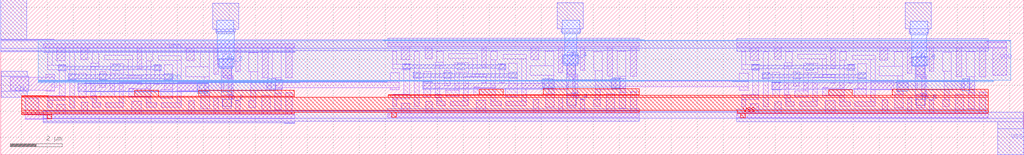
<source format=lef>
MACRO NFD
  CLASS BLOCK ;
  FOREIGN NFD ;
  ORIGIN -0.210 11.670 ;
  SIZE 39.330 BY 5.960 ;
  PIN VSS
    ANTENNADIFFAREA 4.153150 ;
    PORT
      LAYER pwell ;
        RECT 1.020 -9.415 2.040 -9.410 ;
        RECT 5.370 -9.415 6.280 -9.195 ;
        RECT 7.820 -9.415 11.505 -9.185 ;
        RECT 18.620 -9.365 19.530 -9.145 ;
        RECT 21.070 -9.365 24.755 -9.135 ;
        RECT 1.020 -9.460 11.505 -9.415 ;
        RECT 15.105 -9.390 24.755 -9.365 ;
        RECT 32.040 -9.385 32.950 -9.165 ;
        RECT 34.490 -9.385 38.175 -9.155 ;
        RECT 28.525 -9.390 38.175 -9.385 ;
        RECT 15.105 -9.460 38.175 -9.390 ;
        RECT 1.020 -9.960 38.175 -9.460 ;
        RECT 1.020 -10.030 24.755 -9.960 ;
        RECT 1.020 -10.095 11.505 -10.030 ;
        RECT 15.105 -10.045 24.755 -10.030 ;
        RECT 1.020 -10.140 2.165 -10.095 ;
        RECT 1.995 -10.285 2.165 -10.140 ;
        RECT 15.245 -10.235 15.415 -10.045 ;
        RECT 28.525 -10.065 38.175 -9.960 ;
        RECT 28.665 -10.255 28.835 -10.065 ;
      LAYER li1 ;
        RECT 1.160 -10.120 1.680 -9.500 ;
        RECT 2.365 -10.115 2.695 -9.735 ;
        RECT 3.305 -10.115 3.555 -9.655 ;
        RECT 5.250 -10.115 5.620 -9.615 ;
        RECT 7.435 -10.115 7.645 -9.585 ;
        RECT 8.410 -10.115 8.580 -9.505 ;
        RECT 9.250 -10.115 9.420 -9.600 ;
        RECT 10.240 -10.115 10.570 -9.375 ;
        RECT 11.165 -10.115 11.415 -9.295 ;
        RECT 15.615 -10.065 15.945 -9.685 ;
        RECT 16.555 -10.065 16.805 -9.605 ;
        RECT 18.500 -10.065 18.870 -9.565 ;
        RECT 20.685 -10.065 20.895 -9.535 ;
        RECT 21.660 -10.065 21.830 -9.455 ;
        RECT 22.500 -10.065 22.670 -9.550 ;
        RECT 23.490 -10.065 23.820 -9.325 ;
        RECT 24.415 -10.065 24.665 -9.245 ;
        RECT 1.850 -10.120 11.510 -10.115 ;
        RECT 1.160 -10.285 11.510 -10.120 ;
        RECT 15.100 -10.235 24.760 -10.065 ;
        RECT 29.035 -10.085 29.365 -9.705 ;
        RECT 29.975 -10.085 30.225 -9.625 ;
        RECT 31.920 -10.085 32.290 -9.585 ;
        RECT 34.105 -10.085 34.315 -9.555 ;
        RECT 35.080 -10.085 35.250 -9.475 ;
        RECT 35.920 -10.085 36.090 -9.570 ;
        RECT 36.910 -10.085 37.240 -9.345 ;
        RECT 37.835 -10.085 38.085 -9.265 ;
        RECT 28.520 -10.255 38.180 -10.085 ;
        RECT 1.160 -10.310 1.990 -10.285 ;
      LAYER met1 ;
        RECT 1.850 -9.970 11.510 -9.960 ;
        RECT 15.100 -9.970 24.760 -9.910 ;
        RECT 1.850 -9.990 24.760 -9.970 ;
        RECT 28.520 -9.990 38.180 -9.930 ;
        RECT 1.850 -10.030 38.180 -9.990 ;
        RECT 1.850 -10.270 39.520 -10.030 ;
        RECT 1.850 -10.390 24.760 -10.270 ;
        RECT 1.850 -10.440 11.520 -10.390 ;
        RECT 28.520 -10.400 39.520 -10.270 ;
        RECT 28.520 -10.410 38.180 -10.400 ;
        RECT 11.120 -10.450 11.520 -10.440 ;
        RECT 38.540 -10.670 39.520 -10.400 ;
        RECT 38.540 -11.670 39.540 -10.670 ;
    END
  END VSS
  PIN f0_8
    ANTENNADIFFAREA 0.445500 ;
    PORT
      LAYER li1 ;
        RECT 35.410 -8.595 35.740 -7.750 ;
        RECT 35.410 -8.675 35.820 -8.595 ;
        RECT 35.585 -8.725 35.820 -8.675 ;
        RECT 35.630 -9.305 35.820 -8.725 ;
        RECT 35.575 -9.345 35.820 -9.305 ;
        RECT 35.420 -9.430 35.820 -9.345 ;
        RECT 35.420 -9.865 35.750 -9.430 ;
      LAYER met1 ;
        RECT 35.000 -6.830 36.000 -5.830 ;
        RECT 35.140 -7.000 35.900 -6.830 ;
        RECT 35.220 -8.220 35.850 -7.910 ;
        RECT 35.380 -9.530 35.760 -8.220 ;
        RECT 35.390 -9.770 35.760 -9.530 ;
      LAYER met2 ;
        RECT 35.190 -7.050 35.850 -6.540 ;
        RECT 35.250 -7.920 35.810 -7.050 ;
        RECT 35.270 -8.270 35.800 -7.920 ;
    END
  END f0_8
  PIN f0_4
    ANTENNADIFFAREA 0.445500 ;
    PORT
      LAYER li1 ;
        RECT 21.990 -8.575 22.320 -7.730 ;
        RECT 21.990 -8.655 22.400 -8.575 ;
        RECT 22.165 -8.705 22.400 -8.655 ;
        RECT 22.210 -9.285 22.400 -8.705 ;
        RECT 22.155 -9.325 22.400 -9.285 ;
        RECT 22.000 -9.410 22.400 -9.325 ;
        RECT 22.000 -9.845 22.330 -9.410 ;
      LAYER met1 ;
        RECT 21.610 -6.830 22.610 -5.830 ;
        RECT 21.760 -6.960 22.520 -6.830 ;
        RECT 21.810 -8.180 22.440 -7.870 ;
        RECT 21.970 -9.450 22.300 -8.180 ;
        RECT 21.970 -9.760 22.340 -9.450 ;
      LAYER met2 ;
        RECT 21.810 -7.010 22.470 -6.500 ;
        RECT 21.890 -7.820 22.360 -7.010 ;
        RECT 21.860 -8.230 22.390 -7.820 ;
    END
  END f0_4
  PIN f0_2
    ANTENNADIFFAREA 0.445500 ;
    PORT
      LAYER li1 ;
        RECT 8.740 -8.625 9.070 -7.780 ;
        RECT 8.740 -8.705 9.150 -8.625 ;
        RECT 8.915 -8.755 9.150 -8.705 ;
        RECT 8.960 -9.335 9.150 -8.755 ;
        RECT 8.905 -9.375 9.150 -9.335 ;
        RECT 8.750 -9.460 9.150 -9.375 ;
        RECT 8.750 -9.895 9.080 -9.460 ;
      LAYER met1 ;
        RECT 8.360 -6.840 9.360 -5.840 ;
        RECT 8.470 -6.960 9.230 -6.840 ;
        RECT 8.560 -8.290 9.190 -7.980 ;
        RECT 8.690 -9.540 9.090 -8.290 ;
        RECT 8.720 -9.800 9.090 -9.540 ;
      LAYER met2 ;
        RECT 8.520 -6.920 9.180 -6.500 ;
        RECT 8.520 -7.010 9.190 -6.920 ;
        RECT 8.540 -8.000 9.190 -7.010 ;
        RECT 8.610 -8.340 9.140 -8.000 ;
    END
  END f0_2
  PIN VDD
    ANTENNADIFFAREA 5.946950 ;
    PORT
      LAYER nwell ;
        RECT 14.910 -7.260 24.950 -7.240 ;
        RECT 14.910 -7.280 39.050 -7.260 ;
        RECT 11.520 -7.290 39.050 -7.280 ;
        RECT 1.660 -8.800 39.050 -7.290 ;
        RECT 1.660 -8.830 38.370 -8.800 ;
        RECT 1.660 -8.845 24.950 -8.830 ;
        RECT 1.660 -8.870 15.070 -8.845 ;
        RECT 28.330 -8.865 38.370 -8.830 ;
        RECT 1.660 -8.895 11.700 -8.870 ;
      LAYER li1 ;
        RECT 38.130 -7.330 38.860 -7.290 ;
        RECT 1.850 -7.565 11.510 -7.395 ;
        RECT 15.100 -7.515 24.760 -7.345 ;
        RECT 38.130 -7.360 38.890 -7.330 ;
        RECT 38.030 -7.365 38.890 -7.360 ;
        RECT 2.365 -8.065 2.695 -7.565 ;
        RECT 3.290 -8.025 3.555 -7.565 ;
        RECT 5.460 -8.365 5.630 -7.565 ;
        RECT 7.340 -8.065 7.655 -7.565 ;
        RECT 8.400 -8.575 8.570 -7.565 ;
        RECT 9.240 -8.480 9.415 -7.565 ;
        RECT 10.275 -8.705 10.490 -7.565 ;
        RECT 11.165 -8.705 11.415 -7.565 ;
        RECT 15.615 -8.015 15.945 -7.515 ;
        RECT 16.540 -7.975 16.805 -7.515 ;
        RECT 18.710 -8.315 18.880 -7.515 ;
        RECT 20.590 -8.015 20.905 -7.515 ;
        RECT 21.650 -8.525 21.820 -7.515 ;
        RECT 22.490 -8.430 22.665 -7.515 ;
        RECT 23.525 -8.655 23.740 -7.515 ;
        RECT 24.415 -8.655 24.665 -7.515 ;
        RECT 28.520 -7.535 38.890 -7.365 ;
        RECT 29.035 -8.035 29.365 -7.535 ;
        RECT 29.960 -7.995 30.225 -7.535 ;
        RECT 32.130 -8.335 32.300 -7.535 ;
        RECT 34.010 -8.035 34.325 -7.535 ;
        RECT 35.070 -8.545 35.240 -7.535 ;
        RECT 35.910 -8.450 36.085 -7.535 ;
        RECT 36.945 -8.675 37.160 -7.535 ;
        RECT 37.835 -7.570 38.890 -7.535 ;
        RECT 37.835 -8.675 38.085 -7.570 ;
        RECT 38.360 -8.620 38.890 -7.570 ;
      LAYER met1 ;
        RECT 0.210 -7.230 1.210 -5.710 ;
        RECT 0.210 -7.240 2.260 -7.230 ;
        RECT 0.210 -7.250 11.510 -7.240 ;
        RECT 15.100 -7.250 24.760 -7.190 ;
        RECT 0.210 -7.290 24.760 -7.250 ;
        RECT 28.520 -7.290 38.180 -7.210 ;
        RECT 0.210 -7.570 38.180 -7.290 ;
        RECT 0.210 -7.670 24.760 -7.570 ;
        RECT 0.210 -7.700 11.510 -7.670 ;
        RECT 28.520 -7.690 38.180 -7.570 ;
        RECT 1.850 -7.720 11.510 -7.700 ;
    END
  END VDD
  PIN clk
    ANTENNAGATEAREA 0.159000 ;
    PORT
      LAYER li1 ;
        RECT 1.940 -8.690 2.290 -8.575 ;
        RECT 0.570 -9.190 2.290 -8.690 ;
        RECT 1.940 -9.225 2.290 -9.190 ;
      LAYER met1 ;
        RECT 0.230 -8.660 1.230 -8.460 ;
        RECT 0.230 -9.220 1.290 -8.660 ;
        RECT 0.230 -9.460 1.230 -9.220 ;
    END
  END clk
  OBS
      LAYER li1 ;
        RECT 2.025 -8.235 2.195 -7.735 ;
        RECT 2.025 -8.405 2.690 -8.235 ;
        RECT 2.460 -9.395 2.690 -8.405 ;
        RECT 2.025 -9.565 2.690 -9.395 ;
        RECT 2.025 -9.855 2.195 -9.565 ;
        RECT 2.865 -9.855 3.050 -7.735 ;
        RECT 3.725 -8.160 3.975 -7.735 ;
        RECT 4.185 -8.010 5.290 -7.840 ;
        RECT 3.670 -8.290 3.975 -8.160 ;
        RECT 3.220 -9.485 3.500 -8.535 ;
        RECT 3.670 -9.395 3.840 -8.290 ;
        RECT 4.010 -9.075 4.250 -8.480 ;
        RECT 4.420 -8.545 4.950 -8.180 ;
        RECT 4.420 -9.245 4.590 -8.545 ;
        RECT 5.120 -8.625 5.290 -8.010 ;
        RECT 5.800 -8.065 6.050 -7.735 ;
        RECT 6.275 -8.035 7.160 -7.865 ;
        RECT 5.120 -8.715 5.630 -8.625 ;
        RECT 3.670 -9.525 3.895 -9.395 ;
        RECT 4.065 -9.465 4.590 -9.245 ;
        RECT 4.760 -8.885 5.630 -8.715 ;
        RECT 3.725 -9.665 3.895 -9.525 ;
        RECT 4.760 -9.665 4.930 -8.885 ;
        RECT 5.460 -8.955 5.630 -8.885 ;
        RECT 5.140 -9.135 5.340 -9.105 ;
        RECT 5.800 -9.135 5.970 -8.065 ;
        RECT 6.140 -8.955 6.330 -8.235 ;
        RECT 5.140 -9.435 5.970 -9.135 ;
        RECT 6.500 -9.165 6.820 -8.205 ;
        RECT 3.725 -9.835 4.060 -9.665 ;
        RECT 4.255 -9.835 4.930 -9.665 ;
        RECT 5.800 -9.665 5.970 -9.435 ;
        RECT 6.355 -9.495 6.820 -9.165 ;
        RECT 6.990 -8.875 7.160 -8.035 ;
        RECT 7.890 -8.295 8.230 -7.735 ;
        RECT 7.330 -8.670 8.230 -8.295 ;
        RECT 9.755 -8.485 10.085 -7.755 ;
        RECT 8.040 -8.875 8.230 -8.670 ;
        RECT 9.815 -8.875 10.085 -8.485 ;
        RECT 10.660 -8.705 10.995 -7.735 ;
        RECT 15.275 -8.185 15.445 -7.685 ;
        RECT 15.275 -8.355 15.940 -8.185 ;
        RECT 10.780 -8.850 10.995 -8.705 ;
        RECT 6.990 -9.205 7.870 -8.875 ;
        RECT 8.040 -9.205 8.790 -8.875 ;
        RECT 9.815 -9.205 10.610 -8.875 ;
        RECT 10.780 -8.880 11.000 -8.850 ;
        RECT 15.190 -8.880 15.540 -8.525 ;
        RECT 10.780 -9.090 15.540 -8.880 ;
        RECT 10.780 -9.100 11.000 -9.090 ;
        RECT 6.990 -9.665 7.160 -9.205 ;
        RECT 8.040 -9.375 8.240 -9.205 ;
        RECT 5.800 -9.835 6.205 -9.665 ;
        RECT 6.375 -9.835 7.160 -9.665 ;
        RECT 7.910 -9.900 8.240 -9.375 ;
        RECT 9.815 -9.585 10.015 -9.205 ;
        RECT 10.780 -9.315 10.995 -9.100 ;
        RECT 15.190 -9.175 15.540 -9.090 ;
        RECT 9.755 -9.855 10.015 -9.585 ;
        RECT 10.740 -9.935 10.995 -9.315 ;
        RECT 15.710 -9.345 15.940 -8.355 ;
        RECT 15.275 -9.515 15.940 -9.345 ;
        RECT 15.275 -9.805 15.445 -9.515 ;
        RECT 16.115 -9.805 16.300 -7.685 ;
        RECT 16.975 -8.110 17.225 -7.685 ;
        RECT 17.435 -7.960 18.540 -7.790 ;
        RECT 16.920 -8.240 17.225 -8.110 ;
        RECT 16.470 -9.435 16.750 -8.485 ;
        RECT 16.920 -9.345 17.090 -8.240 ;
        RECT 17.260 -9.025 17.500 -8.430 ;
        RECT 17.670 -8.495 18.200 -8.130 ;
        RECT 17.670 -9.195 17.840 -8.495 ;
        RECT 18.370 -8.575 18.540 -7.960 ;
        RECT 19.050 -8.015 19.300 -7.685 ;
        RECT 19.525 -7.985 20.410 -7.815 ;
        RECT 18.370 -8.665 18.880 -8.575 ;
        RECT 16.920 -9.475 17.145 -9.345 ;
        RECT 17.315 -9.415 17.840 -9.195 ;
        RECT 18.010 -8.835 18.880 -8.665 ;
        RECT 16.975 -9.615 17.145 -9.475 ;
        RECT 18.010 -9.615 18.180 -8.835 ;
        RECT 18.710 -8.905 18.880 -8.835 ;
        RECT 18.390 -9.085 18.590 -9.055 ;
        RECT 19.050 -9.085 19.220 -8.015 ;
        RECT 19.390 -8.905 19.580 -8.185 ;
        RECT 18.390 -9.385 19.220 -9.085 ;
        RECT 19.750 -9.115 20.070 -8.155 ;
        RECT 16.975 -9.785 17.310 -9.615 ;
        RECT 17.505 -9.785 18.180 -9.615 ;
        RECT 19.050 -9.615 19.220 -9.385 ;
        RECT 19.605 -9.445 20.070 -9.115 ;
        RECT 20.240 -8.825 20.410 -7.985 ;
        RECT 21.140 -8.245 21.480 -7.685 ;
        RECT 20.580 -8.620 21.480 -8.245 ;
        RECT 23.005 -8.435 23.335 -7.705 ;
        RECT 21.290 -8.825 21.480 -8.620 ;
        RECT 23.065 -8.825 23.335 -8.435 ;
        RECT 23.910 -8.655 24.245 -7.685 ;
        RECT 28.695 -8.205 28.865 -7.705 ;
        RECT 28.695 -8.375 29.360 -8.205 ;
        RECT 20.240 -9.155 21.120 -8.825 ;
        RECT 21.290 -9.155 22.040 -8.825 ;
        RECT 23.065 -9.155 23.860 -8.825 ;
        RECT 24.030 -8.850 24.245 -8.655 ;
        RECT 28.610 -8.850 28.960 -8.545 ;
        RECT 24.030 -9.060 28.960 -8.850 ;
        RECT 20.240 -9.615 20.410 -9.155 ;
        RECT 21.290 -9.325 21.490 -9.155 ;
        RECT 19.050 -9.785 19.455 -9.615 ;
        RECT 19.625 -9.785 20.410 -9.615 ;
        RECT 21.160 -9.850 21.490 -9.325 ;
        RECT 23.065 -9.535 23.265 -9.155 ;
        RECT 24.030 -9.265 24.245 -9.060 ;
        RECT 28.610 -9.195 28.960 -9.060 ;
        RECT 23.005 -9.805 23.265 -9.535 ;
        RECT 23.990 -9.885 24.245 -9.265 ;
        RECT 29.130 -9.365 29.360 -8.375 ;
        RECT 28.695 -9.535 29.360 -9.365 ;
        RECT 28.695 -9.825 28.865 -9.535 ;
        RECT 29.535 -9.825 29.720 -7.705 ;
        RECT 30.395 -8.130 30.645 -7.705 ;
        RECT 30.855 -7.980 31.960 -7.810 ;
        RECT 30.340 -8.260 30.645 -8.130 ;
        RECT 29.890 -9.455 30.170 -8.505 ;
        RECT 30.340 -9.365 30.510 -8.260 ;
        RECT 30.680 -9.045 30.920 -8.450 ;
        RECT 31.090 -8.515 31.620 -8.150 ;
        RECT 31.090 -9.215 31.260 -8.515 ;
        RECT 31.790 -8.595 31.960 -7.980 ;
        RECT 32.470 -8.035 32.720 -7.705 ;
        RECT 32.945 -8.005 33.830 -7.835 ;
        RECT 31.790 -8.685 32.300 -8.595 ;
        RECT 30.340 -9.495 30.565 -9.365 ;
        RECT 30.735 -9.435 31.260 -9.215 ;
        RECT 31.430 -8.855 32.300 -8.685 ;
        RECT 30.395 -9.635 30.565 -9.495 ;
        RECT 31.430 -9.635 31.600 -8.855 ;
        RECT 32.130 -8.925 32.300 -8.855 ;
        RECT 31.810 -9.105 32.010 -9.075 ;
        RECT 32.470 -9.105 32.640 -8.035 ;
        RECT 32.810 -8.925 33.000 -8.205 ;
        RECT 31.810 -9.405 32.640 -9.105 ;
        RECT 33.170 -9.135 33.490 -8.175 ;
        RECT 30.395 -9.805 30.730 -9.635 ;
        RECT 30.925 -9.805 31.600 -9.635 ;
        RECT 32.470 -9.635 32.640 -9.405 ;
        RECT 33.025 -9.465 33.490 -9.135 ;
        RECT 33.660 -8.845 33.830 -8.005 ;
        RECT 34.560 -8.265 34.900 -7.705 ;
        RECT 34.000 -8.640 34.900 -8.265 ;
        RECT 36.425 -8.455 36.755 -7.725 ;
        RECT 34.710 -8.845 34.900 -8.640 ;
        RECT 36.485 -8.845 36.755 -8.455 ;
        RECT 37.330 -8.675 37.665 -7.705 ;
        RECT 33.660 -9.175 34.540 -8.845 ;
        RECT 34.710 -9.175 35.460 -8.845 ;
        RECT 36.485 -9.175 37.280 -8.845 ;
        RECT 33.660 -9.635 33.830 -9.175 ;
        RECT 34.710 -9.345 34.910 -9.175 ;
        RECT 32.470 -9.805 32.875 -9.635 ;
        RECT 33.045 -9.805 33.830 -9.635 ;
        RECT 34.580 -9.870 34.910 -9.345 ;
        RECT 36.485 -9.555 36.685 -9.175 ;
        RECT 37.450 -9.285 37.665 -8.675 ;
        RECT 36.425 -9.825 36.685 -9.555 ;
        RECT 37.410 -9.905 37.665 -9.285 ;
      LAYER met1 ;
        RECT 15.670 -8.210 15.960 -8.165 ;
        RECT 17.770 -8.210 18.060 -8.165 ;
        RECT 19.340 -8.210 19.630 -8.165 ;
        RECT 2.420 -8.260 2.710 -8.215 ;
        RECT 4.520 -8.260 4.810 -8.215 ;
        RECT 6.090 -8.260 6.380 -8.215 ;
        RECT 2.420 -8.400 6.380 -8.260 ;
        RECT 15.670 -8.350 19.630 -8.210 ;
        RECT 15.670 -8.395 15.960 -8.350 ;
        RECT 17.770 -8.395 18.060 -8.350 ;
        RECT 19.340 -8.395 19.630 -8.350 ;
        RECT 29.090 -8.230 29.380 -8.185 ;
        RECT 31.190 -8.230 31.480 -8.185 ;
        RECT 32.760 -8.230 33.050 -8.185 ;
        RECT 29.090 -8.370 33.050 -8.230 ;
        RECT 2.420 -8.445 2.710 -8.400 ;
        RECT 4.520 -8.445 4.810 -8.400 ;
        RECT 6.090 -8.445 6.380 -8.400 ;
        RECT 29.090 -8.415 29.380 -8.370 ;
        RECT 31.190 -8.415 31.480 -8.370 ;
        RECT 32.760 -8.415 33.050 -8.370 ;
        RECT 16.065 -8.550 16.355 -8.505 ;
        RECT 17.255 -8.550 17.545 -8.505 ;
        RECT 19.775 -8.550 20.065 -8.505 ;
        RECT 2.815 -8.600 3.105 -8.555 ;
        RECT 4.005 -8.600 4.295 -8.555 ;
        RECT 6.525 -8.600 6.815 -8.555 ;
        RECT 2.815 -8.740 6.815 -8.600 ;
        RECT 16.065 -8.690 20.065 -8.550 ;
        RECT 16.065 -8.735 16.355 -8.690 ;
        RECT 17.255 -8.735 17.545 -8.690 ;
        RECT 19.775 -8.735 20.065 -8.690 ;
        RECT 29.485 -8.570 29.775 -8.525 ;
        RECT 30.675 -8.570 30.965 -8.525 ;
        RECT 33.195 -8.570 33.485 -8.525 ;
        RECT 29.485 -8.710 33.485 -8.570 ;
        RECT 2.815 -8.785 3.105 -8.740 ;
        RECT 4.005 -8.785 4.295 -8.740 ;
        RECT 6.525 -8.785 6.815 -8.740 ;
        RECT 10.780 -8.800 11.030 -8.790 ;
        RECT 3.430 -8.940 8.200 -8.930 ;
        RECT 3.180 -9.230 8.200 -8.940 ;
        RECT 10.430 -9.160 11.030 -8.800 ;
        RECT 16.430 -8.920 16.800 -8.870 ;
        RECT 21.000 -8.920 21.490 -8.790 ;
        RECT 16.430 -9.110 21.490 -8.920 ;
        RECT 23.680 -9.110 24.250 -8.750 ;
        RECT 29.485 -8.755 29.775 -8.710 ;
        RECT 30.675 -8.755 30.965 -8.710 ;
        RECT 33.195 -8.755 33.485 -8.710 ;
        RECT 16.430 -9.150 21.080 -9.110 ;
        RECT 24.000 -9.120 24.250 -9.110 ;
        RECT 29.850 -8.910 30.220 -8.880 ;
        RECT 34.620 -8.910 35.110 -8.860 ;
        RECT 16.430 -9.160 16.800 -9.150 ;
        RECT 29.850 -9.160 35.110 -8.910 ;
        RECT 37.140 -9.160 37.670 -8.800 ;
        RECT 29.850 -9.170 30.220 -9.160 ;
        RECT 34.620 -9.180 35.110 -9.160 ;
        RECT 37.420 -9.170 37.670 -9.160 ;
        RECT 3.430 -9.240 8.200 -9.230 ;
        RECT 7.710 -9.250 8.200 -9.240 ;
      LAYER met2 ;
        RECT 10.480 -8.810 10.760 -8.750 ;
        RECT 8.680 -8.870 9.090 -8.810 ;
        RECT 10.420 -8.870 10.760 -8.810 ;
        RECT 8.110 -8.880 10.760 -8.870 ;
        RECT 7.760 -9.200 10.760 -8.880 ;
        RECT 21.050 -8.790 21.440 -8.740 ;
        RECT 23.730 -8.790 24.010 -8.700 ;
        RECT 21.050 -9.080 24.010 -8.790 ;
        RECT 21.050 -9.160 21.440 -9.080 ;
        RECT 23.730 -9.160 24.010 -9.080 ;
        RECT 34.670 -8.840 35.060 -8.810 ;
        RECT 34.670 -8.850 36.780 -8.840 ;
        RECT 37.190 -8.850 37.470 -8.750 ;
        RECT 34.670 -9.160 37.470 -8.850 ;
        RECT 7.760 -9.250 8.200 -9.200 ;
        RECT 8.690 -9.210 10.760 -9.200 ;
        RECT 34.670 -9.170 36.780 -9.160 ;
        RECT 8.690 -9.250 9.090 -9.210 ;
        RECT 34.670 -9.230 35.060 -9.170 ;
        RECT 37.190 -9.210 37.470 -9.160 ;
        RECT 7.760 -9.300 8.150 -9.250 ;
  END
END NFD
END LIBRARY


</source>
